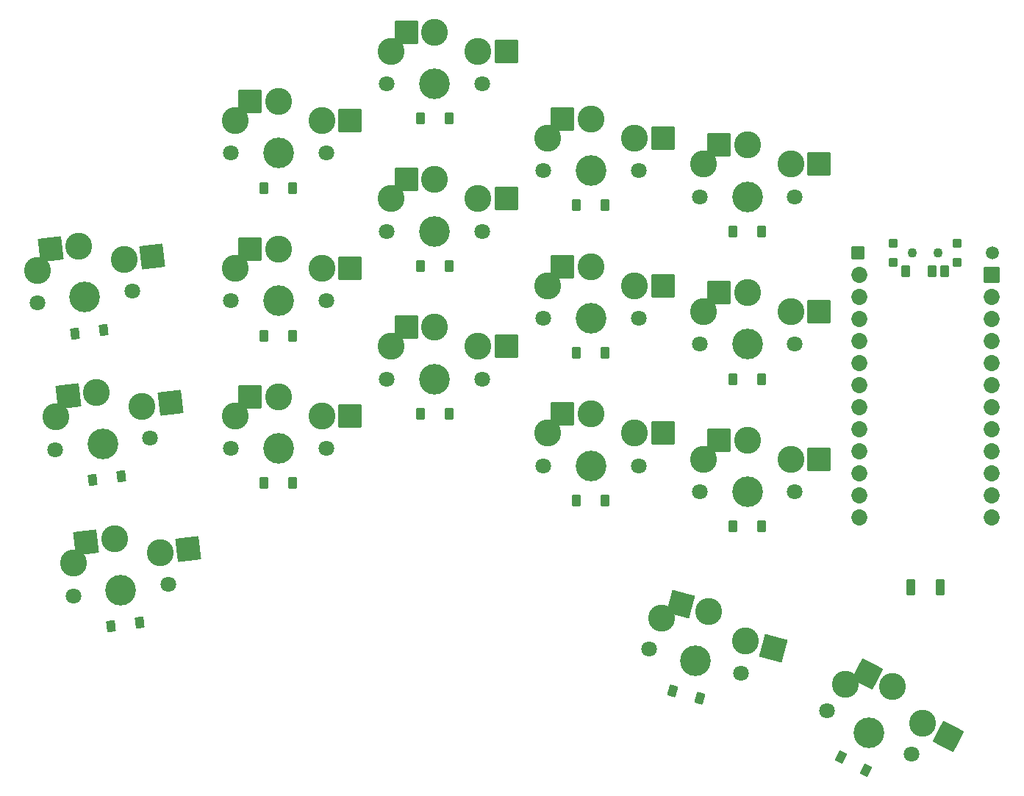
<source format=gbr>
%TF.GenerationSoftware,KiCad,Pcbnew,7.0.11*%
%TF.CreationDate,2024-03-03T11:22:05+13:00*%
%TF.ProjectId,socius-choc-v1,736f6369-7573-42d6-9368-6f632d76312e,v1.0.0*%
%TF.SameCoordinates,Original*%
%TF.FileFunction,Soldermask,Bot*%
%TF.FilePolarity,Negative*%
%FSLAX46Y46*%
G04 Gerber Fmt 4.6, Leading zero omitted, Abs format (unit mm)*
G04 Created by KiCad (PCBNEW 7.0.11) date 2024-03-03 11:22:05*
%MOMM*%
%LPD*%
G01*
G04 APERTURE LIST*
G04 Aperture macros list*
%AMRoundRect*
0 Rectangle with rounded corners*
0 $1 Rounding radius*
0 $2 $3 $4 $5 $6 $7 $8 $9 X,Y pos of 4 corners*
0 Add a 4 corners polygon primitive as box body*
4,1,4,$2,$3,$4,$5,$6,$7,$8,$9,$2,$3,0*
0 Add four circle primitives for the rounded corners*
1,1,$1+$1,$2,$3*
1,1,$1+$1,$4,$5*
1,1,$1+$1,$6,$7*
1,1,$1+$1,$8,$9*
0 Add four rect primitives between the rounded corners*
20,1,$1+$1,$2,$3,$4,$5,0*
20,1,$1+$1,$4,$5,$6,$7,0*
20,1,$1+$1,$6,$7,$8,$9,0*
20,1,$1+$1,$8,$9,$2,$3,0*%
G04 Aperture macros list end*
%ADD10C,3.529000*%
%ADD11C,1.801800*%
%ADD12C,3.100000*%
%ADD13RoundRect,0.050000X-1.300000X-1.300000X1.300000X-1.300000X1.300000X1.300000X-1.300000X1.300000X0*%
%ADD14RoundRect,0.050000X-1.131880X-1.448740X1.448740X-1.131880X1.131880X1.448740X-1.448740X1.131880X0*%
%ADD15RoundRect,0.050000X-1.592168X-0.919239X0.919239X-1.592168X1.592168X0.919239X-0.919239X1.592168X0*%
%ADD16RoundRect,0.050000X-1.748496X-0.568121X0.568121X-1.748496X1.748496X0.568121X-0.568121X1.748496X0*%
%ADD17RoundRect,0.050000X-0.373524X-0.650369X0.519767X-0.540686X0.373524X0.650369X-0.519767X0.540686X0*%
%ADD18RoundRect,0.050000X-0.450000X-0.600000X0.450000X-0.600000X0.450000X0.600000X-0.450000X0.600000X0*%
%ADD19RoundRect,0.050000X-0.589958X-0.463087X0.279375X-0.696024X0.589958X0.463087X-0.279375X0.696024X0*%
%ADD20RoundRect,0.050000X-0.673347X-0.330308X0.128559X-0.738900X0.673347X0.330308X-0.128559X0.738900X0*%
%ADD21C,1.852600*%
%ADD22RoundRect,0.050000X-0.876300X0.876300X-0.876300X-0.876300X0.876300X-0.876300X0.876300X0.876300X0*%
%ADD23RoundRect,0.050000X-0.700000X0.700000X-0.700000X-0.700000X0.700000X-0.700000X0.700000X0.700000X0*%
%ADD24C,1.500000*%
%ADD25C,1.100000*%
%ADD26RoundRect,0.050000X-0.450000X-0.450000X0.450000X-0.450000X0.450000X0.450000X-0.450000X0.450000X0*%
%ADD27RoundRect,0.050000X-0.450000X-0.625000X0.450000X-0.625000X0.450000X0.625000X-0.450000X0.625000X0*%
%ADD28RoundRect,0.050000X0.450000X0.850000X-0.450000X0.850000X-0.450000X-0.850000X0.450000X-0.850000X0*%
G04 APERTURE END LIST*
D10*
%TO.C,S14*%
X234161190Y-137509898D03*
D11*
X239661190Y-137509898D03*
X228661190Y-137509898D03*
D12*
X239161190Y-133759898D03*
X234161190Y-131559898D03*
D13*
X230886190Y-131559898D03*
X242436190Y-133759898D03*
D12*
X229161190Y-133759898D03*
X234161190Y-131559898D03*
%TD*%
D10*
%TO.C,S1*%
X162016442Y-165842930D03*
D11*
X167475446Y-165172649D03*
X156557438Y-166513211D03*
D12*
X166522163Y-161511535D03*
X161291319Y-159937280D03*
D14*
X158040731Y-160336402D03*
X169772751Y-161112413D03*
D12*
X156596701Y-162730229D03*
X161291319Y-159937280D03*
%TD*%
D10*
%TO.C,S2*%
X159944667Y-148969644D03*
D11*
X165403671Y-148299363D03*
X154485663Y-149639925D03*
D12*
X164450388Y-144638249D03*
X159219544Y-143063994D03*
D14*
X155968956Y-143463116D03*
X167700976Y-144239127D03*
D12*
X154524926Y-145856943D03*
X159219544Y-143063994D03*
%TD*%
D10*
%TO.C,S3*%
X157872889Y-132096362D03*
D11*
X163331893Y-131426081D03*
X152413885Y-132766643D03*
D12*
X162378610Y-127764967D03*
X157147766Y-126190712D03*
D14*
X153897178Y-126589834D03*
X165629198Y-127365845D03*
D12*
X152453148Y-128983661D03*
X157147766Y-126190712D03*
%TD*%
D10*
%TO.C,S4*%
X180161196Y-149509899D03*
D11*
X185661196Y-149509899D03*
X174661196Y-149509899D03*
D12*
X185161196Y-145759899D03*
X180161196Y-143559899D03*
D13*
X176886196Y-143559899D03*
X188436196Y-145759899D03*
D12*
X175161196Y-145759899D03*
X180161196Y-143559899D03*
%TD*%
D10*
%TO.C,S5*%
X180161198Y-132509899D03*
D11*
X185661198Y-132509899D03*
X174661198Y-132509899D03*
D12*
X185161198Y-128759899D03*
X180161198Y-126559899D03*
D13*
X176886198Y-126559899D03*
X188436198Y-128759899D03*
D12*
X175161198Y-128759899D03*
X180161198Y-126559899D03*
%TD*%
D10*
%TO.C,S6*%
X180161202Y-115509899D03*
D11*
X185661202Y-115509899D03*
X174661202Y-115509899D03*
D12*
X185161202Y-111759899D03*
X180161202Y-109559899D03*
D13*
X176886202Y-109559899D03*
X188436202Y-111759899D03*
D12*
X175161202Y-111759899D03*
X180161202Y-109559899D03*
%TD*%
D10*
%TO.C,S7*%
X198161198Y-141509898D03*
D11*
X203661198Y-141509898D03*
X192661198Y-141509898D03*
D12*
X203161198Y-137759898D03*
X198161198Y-135559898D03*
D13*
X194886198Y-135559898D03*
X206436198Y-137759898D03*
D12*
X193161198Y-137759898D03*
X198161198Y-135559898D03*
%TD*%
D10*
%TO.C,S8*%
X198161195Y-124509895D03*
D11*
X203661195Y-124509895D03*
X192661195Y-124509895D03*
D12*
X203161195Y-120759895D03*
X198161195Y-118559895D03*
D13*
X194886195Y-118559895D03*
X206436195Y-120759895D03*
D12*
X193161195Y-120759895D03*
X198161195Y-118559895D03*
%TD*%
D10*
%TO.C,S9*%
X198161196Y-107509897D03*
D11*
X203661196Y-107509897D03*
X192661196Y-107509897D03*
D12*
X203161196Y-103759897D03*
X198161196Y-101559897D03*
D13*
X194886196Y-101559897D03*
X206436196Y-103759897D03*
D12*
X193161196Y-103759897D03*
X198161196Y-101559897D03*
%TD*%
D10*
%TO.C,S10*%
X216161199Y-151509903D03*
D11*
X221661199Y-151509903D03*
X210661199Y-151509903D03*
D12*
X221161199Y-147759903D03*
X216161199Y-145559903D03*
D13*
X212886199Y-145559903D03*
X224436199Y-147759903D03*
D12*
X211161199Y-147759903D03*
X216161199Y-145559903D03*
%TD*%
D10*
%TO.C,S11*%
X216161199Y-134509900D03*
D11*
X221661199Y-134509900D03*
X210661199Y-134509900D03*
D12*
X221161199Y-130759900D03*
X216161199Y-128559900D03*
D13*
X212886199Y-128559900D03*
X224436199Y-130759900D03*
D12*
X211161199Y-130759900D03*
X216161199Y-128559900D03*
%TD*%
D10*
%TO.C,S12*%
X216161192Y-117509901D03*
D11*
X221661192Y-117509901D03*
X210661192Y-117509901D03*
D12*
X221161192Y-113759901D03*
X216161192Y-111559901D03*
D13*
X212886192Y-111559901D03*
X224436192Y-113759901D03*
D12*
X211161192Y-113759901D03*
X216161192Y-111559901D03*
%TD*%
D10*
%TO.C,S13*%
X234161196Y-154509900D03*
D11*
X239661196Y-154509900D03*
X228661196Y-154509900D03*
D12*
X239161196Y-150759900D03*
X234161196Y-148559900D03*
D13*
X230886196Y-148559900D03*
X242436196Y-150759900D03*
D12*
X229161196Y-150759900D03*
X234161196Y-148559900D03*
%TD*%
D10*
%TO.C,S15*%
X234161201Y-120509898D03*
D11*
X239661201Y-120509898D03*
X228661201Y-120509898D03*
D12*
X239161201Y-116759898D03*
X234161201Y-114559898D03*
D13*
X230886201Y-114559898D03*
X242436201Y-116759898D03*
D12*
X229161201Y-116759898D03*
X234161201Y-114559898D03*
%TD*%
D10*
%TO.C,S16*%
X228161196Y-174009901D03*
D11*
X233473788Y-175433406D03*
X222848604Y-172586396D03*
D12*
X233961397Y-171681774D03*
X229701169Y-168262642D03*
D15*
X226537762Y-167415010D03*
X237124804Y-172529407D03*
D12*
X224302138Y-169093584D03*
X229701169Y-168262642D03*
%TD*%
D10*
%TO.C,S17*%
X248203905Y-182266622D03*
D11*
X253104441Y-184763570D03*
X243303369Y-179769674D03*
D12*
X254361402Y-181195300D03*
X250905148Y-176965133D03*
D16*
X247987102Y-175478314D03*
X257279448Y-182682119D03*
D12*
X245451337Y-176655395D03*
X250905148Y-176965133D03*
%TD*%
D17*
%TO.C,D1*%
X164141623Y-169612035D03*
X160866221Y-170014203D03*
%TD*%
%TO.C,D2*%
X162069841Y-152738752D03*
X158794439Y-153140920D03*
%TD*%
%TO.C,D3*%
X159998069Y-135865466D03*
X156722667Y-136267634D03*
%TD*%
D18*
%TO.C,D4*%
X181811196Y-153509899D03*
X178511196Y-153509899D03*
%TD*%
%TO.C,D5*%
X181811195Y-136509900D03*
X178511195Y-136509900D03*
%TD*%
%TO.C,D6*%
X181811194Y-119509898D03*
X178511194Y-119509898D03*
%TD*%
%TO.C,D7*%
X199811197Y-145509899D03*
X196511197Y-145509899D03*
%TD*%
%TO.C,D8*%
X199811199Y-128509898D03*
X196511199Y-128509898D03*
%TD*%
%TO.C,D9*%
X199811198Y-111509900D03*
X196511198Y-111509900D03*
%TD*%
%TO.C,D10*%
X217811192Y-155509899D03*
X214511192Y-155509899D03*
%TD*%
%TO.C,D11*%
X217811196Y-138509903D03*
X214511196Y-138509903D03*
%TD*%
%TO.C,D12*%
X217811197Y-121509905D03*
X214511197Y-121509905D03*
%TD*%
%TO.C,D13*%
X235811195Y-158509898D03*
X232511195Y-158509898D03*
%TD*%
%TO.C,D14*%
X235811199Y-141509905D03*
X232511199Y-141509905D03*
%TD*%
%TO.C,D15*%
X235811195Y-124509901D03*
X232511195Y-124509901D03*
%TD*%
D19*
%TO.C,D16*%
X228719697Y-178300651D03*
X225532141Y-177446549D03*
%TD*%
D20*
%TO.C,D17*%
X247858104Y-186579731D03*
X244917782Y-185081563D03*
%TD*%
D21*
%TO.C,MCU1*%
X247041196Y-129539899D03*
X247041196Y-132079899D03*
X247041196Y-134619899D03*
X247041196Y-137159899D03*
X247041196Y-139699899D03*
X247041196Y-142239899D03*
X247041196Y-144779899D03*
X247041196Y-147319899D03*
X247041196Y-149859899D03*
X247041196Y-152399899D03*
X247041196Y-154939899D03*
X247041196Y-157479899D03*
X262281196Y-129539899D03*
X262281196Y-132079899D03*
X262281196Y-134619899D03*
X262281196Y-137159899D03*
X262281196Y-139699899D03*
X262281196Y-142239899D03*
X262281196Y-144779899D03*
X262281196Y-147319899D03*
X262281196Y-149859899D03*
X262281196Y-152399899D03*
X262281196Y-154939899D03*
X262281196Y-157479899D03*
D22*
X262281196Y-129539899D03*
%TD*%
D23*
%TO.C,*%
X246911195Y-127009901D03*
D24*
X262411195Y-127009901D03*
%TD*%
D25*
%TO.C,T1*%
X256161195Y-127009901D03*
X253161195Y-127009901D03*
D26*
X258361195Y-125909901D03*
X258361195Y-128109901D03*
X250961195Y-128109901D03*
X250961195Y-125909901D03*
D27*
X252411195Y-129084901D03*
X255411195Y-129084901D03*
X256911195Y-129084901D03*
%TD*%
D28*
%TO.C,*%
X256361199Y-165509899D03*
X252961199Y-165509899D03*
%TD*%
M02*

</source>
